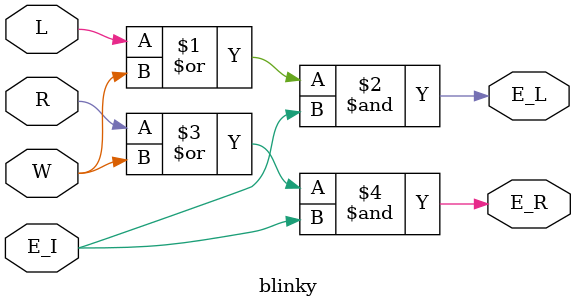
<source format=sv>
`timescale 1ns / 1ns

module blinky

    ( input  logic  L,    // do blinking on the left side
      input  logic  R ,   // do blinking on the right side
      input  logic  W,    // do emergency blinking
      input  logic  E_I,  // blinking impulse

      output logic  E_L,  // Signal to the left blinker
      output logic  E_R); // Signal to the right blinker

/* ====================================== INSERT CODE HERE ====================================== */
    assign E_L = (L | W) & E_I; /* left side blinks when either left input or emergency input are on 
                                    and blinking impulse is on, otherwise left blinker stays off.    
                                */
    assign E_R = (R | W) & E_I; // same as E_L, but with right side instead of left.
/* ============================================================================================== */

endmodule

</source>
